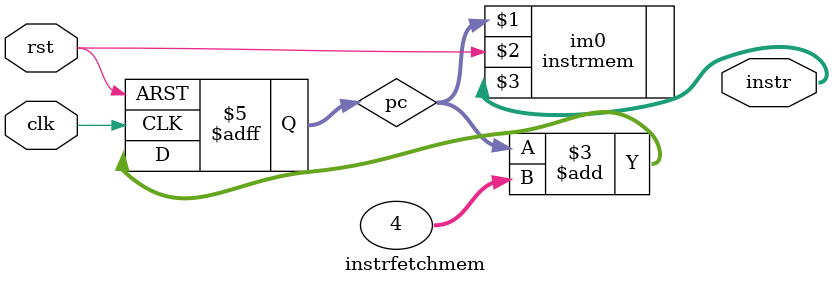
<source format=v>
`timescale 1ns / 1ps


module instrfetchmem(
    input clk,
    input rst,
    output [31:0] instr

    );
    
    reg [31:0] pc;
    initial pc=0;
    
    instrmem im0(pc,rst,instr);
    
    always @(posedge clk,posedge rst) begin
        if (rst==1)
            pc=0;
        else
            pc=pc+4;
   end
    
endmodule

</source>
